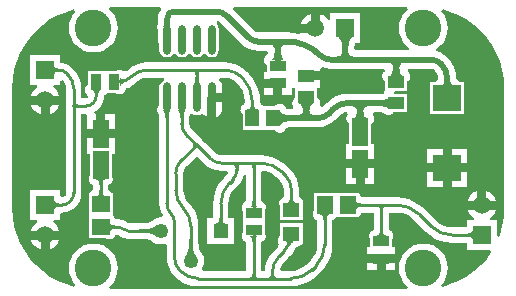
<source format=gtl>
G04*
G04 #@! TF.GenerationSoftware,Altium Limited,Altium Designer,21.0.9 (235)*
G04*
G04 Layer_Physical_Order=1*
G04 Layer_Color=12101879*
%FSLAX25Y25*%
%MOIN*%
G70*
G04*
G04 #@! TF.SameCoordinates,75D1A4E6-31BD-42C8-8B3C-3027E6905E36*
G04*
G04*
G04 #@! TF.FilePolarity,Positive*
G04*
G01*
G75*
%ADD13O,0.02756X0.09843*%
%ADD14R,0.09252X0.08661*%
%ADD15R,0.05315X0.03740*%
%ADD16R,0.05315X0.06102*%
%ADD17R,0.05709X0.04724*%
%ADD18R,0.05315X0.03937*%
%ADD19R,0.03740X0.05315*%
%ADD20R,0.05315X0.09252*%
%ADD21R,0.06102X0.05315*%
%ADD22R,0.04528X0.05709*%
%ADD37C,0.01000*%
%ADD38C,0.02000*%
%ADD39C,0.12205*%
%ADD40R,0.04921X0.04921*%
%ADD41C,0.04921*%
%ADD42R,0.05906X0.05906*%
%ADD43C,0.05906*%
%ADD44R,0.05906X0.05906*%
%ADD45C,0.05000*%
G36*
X55502Y92379D02*
X55624Y90555D01*
X55656Y90447D01*
X55693Y90378D01*
X53307D01*
X53343Y90447D01*
X53376Y90555D01*
X53405Y90701D01*
X53430Y90885D01*
X53469Y91368D01*
X53500Y92793D01*
X55500D01*
X55502Y92379D01*
D02*
G37*
G36*
X116572Y87019D02*
X116242Y86899D01*
X115951Y86699D01*
X115699Y86419D01*
X115485Y86059D01*
X115311Y85619D01*
X115175Y85099D01*
X115078Y84499D01*
X115019Y83819D01*
X115000Y83059D01*
X113000D01*
X112981Y83819D01*
X112922Y84499D01*
X112825Y85099D01*
X112689Y85619D01*
X112515Y86059D01*
X112301Y86419D01*
X112049Y86699D01*
X111758Y86899D01*
X111428Y87019D01*
X111059Y87059D01*
X116941D01*
X116572Y87019D01*
D02*
G37*
G36*
X134751Y96174D02*
X134243Y95757D01*
X133230Y94523D01*
X132478Y93116D01*
X132015Y91588D01*
X131858Y90000D01*
X132015Y88412D01*
X132478Y86884D01*
X133230Y85477D01*
X134243Y84243D01*
X135361Y83326D01*
X135254Y82526D01*
X117633D01*
X117046Y83283D01*
X117056Y83706D01*
X117103Y84249D01*
X117172Y84678D01*
X117252Y84983D01*
X117277Y85047D01*
X118953D01*
Y86923D01*
X118980Y87059D01*
X118958Y87168D01*
X118968Y87279D01*
X118953Y87328D01*
Y94953D01*
X109047D01*
Y92822D01*
X108619Y92629D01*
X108247Y92601D01*
X107532Y93532D01*
X106498Y94326D01*
X105500Y94740D01*
Y90000D01*
X104000D01*
Y88500D01*
X98976D01*
X98570Y88077D01*
X97038Y88382D01*
X94636Y88539D01*
Y88526D01*
X85000D01*
X84967Y88522D01*
X84355Y88643D01*
X83725Y89054D01*
X83180Y89600D01*
X76605Y96174D01*
X76615Y96333D01*
X76845Y96974D01*
X134465D01*
X134751Y96174D01*
D02*
G37*
G36*
X52601Y96251D02*
X52473Y96095D01*
X51924Y95067D01*
X51586Y93952D01*
X51487Y92954D01*
X51461Y92837D01*
X51432Y91472D01*
X51402Y91104D01*
X51394Y91047D01*
X51393Y91042D01*
X51392Y91031D01*
X51376Y90952D01*
X51376Y90924D01*
X51363Y90860D01*
X51276Y90568D01*
X51286Y90472D01*
X51268Y90378D01*
X51327Y90079D01*
X51358Y89777D01*
X51404Y89692D01*
X51423Y89597D01*
X51474Y89521D01*
Y86146D01*
X51577Y85362D01*
X51880Y84633D01*
X52075Y84377D01*
Y82602D01*
X52260Y81674D01*
X52786Y80888D01*
X53572Y80362D01*
X54500Y80178D01*
X55428Y80362D01*
X56214Y80888D01*
X56555Y81398D01*
X56573Y81405D01*
X57427D01*
X57445Y81398D01*
X57786Y80888D01*
X58572Y80362D01*
X59500Y80178D01*
X60428Y80362D01*
X61214Y80888D01*
X61555Y81398D01*
X61573Y81405D01*
X62427D01*
X62445Y81398D01*
X62786Y80888D01*
X63572Y80362D01*
X64500Y80178D01*
X65428Y80362D01*
X66214Y80888D01*
X66556Y81398D01*
X66573Y81405D01*
X67427D01*
X67444Y81398D01*
X67786Y80888D01*
X68572Y80362D01*
X69500Y80178D01*
X70428Y80362D01*
X71214Y80888D01*
X71740Y81674D01*
X71925Y82602D01*
Y89689D01*
X71740Y90617D01*
X71214Y91403D01*
X71198Y91414D01*
X71375Y92258D01*
X71704Y92317D01*
X71737Y92314D01*
X72268Y91960D01*
X72289Y91931D01*
X78881Y85340D01*
X79438Y84766D01*
X79438Y84766D01*
X80630Y83788D01*
X81990Y83061D01*
X83465Y82613D01*
X85000Y82462D01*
Y82474D01*
X87510D01*
X88103Y81870D01*
X88098Y81748D01*
X88025Y81406D01*
X87883Y81094D01*
X87841Y81081D01*
X87638Y80903D01*
X87413Y80753D01*
X87340Y80644D01*
X87241Y80558D01*
X87121Y80316D01*
X86971Y80091D01*
X86945Y79963D01*
X86887Y79846D01*
X86868Y79576D01*
X86815Y79311D01*
X86841Y79182D01*
X86832Y79052D01*
X86918Y78796D01*
X86971Y78531D01*
X87043Y78422D01*
X87085Y78298D01*
X87262Y78094D01*
X87413Y77869D01*
X87521Y77796D01*
X87607Y77698D01*
X87843Y77580D01*
Y75417D01*
X86843D01*
Y73047D01*
X91500D01*
Y71547D01*
X93000D01*
Y67677D01*
X96157D01*
Y69351D01*
X96342Y70075D01*
X96605D01*
X97342Y69925D01*
Y66730D01*
X97107Y66614D01*
X97021Y66515D01*
X96913Y66442D01*
X96762Y66217D01*
X96585Y66013D01*
X96543Y65889D01*
X96471Y65781D01*
X96418Y65515D01*
X96332Y65259D01*
X96341Y65128D01*
X96315Y65000D01*
X96368Y64735D01*
X96387Y64465D01*
X96445Y64348D01*
X96471Y64220D01*
X96621Y63995D01*
X96705Y63826D01*
X96516Y63232D01*
X96500Y63194D01*
X96379Y63026D01*
X96303D01*
X96246Y63039D01*
X95544Y63056D01*
X94994Y63100D01*
X94558Y63167D01*
X94244Y63245D01*
X94157Y63278D01*
X94136Y63344D01*
X94081Y63623D01*
X94016Y63720D01*
X93980Y63832D01*
X93796Y64048D01*
X93639Y64284D01*
X93541Y64349D01*
X93466Y64439D01*
X93213Y64569D01*
X92977Y64726D01*
X92862Y64749D01*
X92758Y64803D01*
X92475Y64826D01*
X92197Y64881D01*
X92082Y64859D01*
X91965Y64868D01*
X91695Y64782D01*
X91416Y64726D01*
X91319Y64661D01*
X91207Y64626D01*
X90991Y64442D01*
X90755Y64284D01*
X90690Y64187D01*
X90600Y64111D01*
X90470Y63859D01*
X90468Y63854D01*
X86776D01*
X86757Y63883D01*
X86595Y64167D01*
X86537Y64212D01*
X86497Y64272D01*
X86225Y64454D01*
X85966Y64655D01*
X85896Y64674D01*
X85835Y64714D01*
X85604Y65331D01*
Y65331D01*
X85604Y65331D01*
X85604Y65335D01*
X85595Y65379D01*
X85424Y67561D01*
X84901Y69736D01*
X84046Y71802D01*
X82877Y73709D01*
X81927Y74821D01*
X81867Y74892D01*
X81928Y74821D01*
X81927Y74821D01*
X81426Y75414D01*
X81423Y75418D01*
X81422Y75419D01*
X81421Y75419D01*
X81307Y75496D01*
X80141Y76491D01*
X78711Y77368D01*
X77161Y78010D01*
X75530Y78401D01*
X73991Y78522D01*
X73858Y78549D01*
X47828D01*
X47790Y78541D01*
X46000Y78365D01*
X44241Y77832D01*
X42621Y76965D01*
X41230Y75824D01*
X41198Y75802D01*
X41136Y75710D01*
X41092Y75677D01*
X40241Y75524D01*
X40182Y75563D01*
X40139Y75619D01*
X39853Y75783D01*
X39579Y75966D01*
X39510Y75980D01*
X39449Y76015D01*
X39122Y76057D01*
X38799Y76121D01*
X38730Y76107D01*
X38660Y76116D01*
X38342Y76030D01*
X38019Y75966D01*
X37960Y75927D01*
X37892Y75908D01*
X37631Y75707D01*
X37557Y75657D01*
X34083D01*
X34083Y75657D01*
X33917D01*
Y75657D01*
X33283Y75657D01*
X28177D01*
Y71062D01*
X28170Y71058D01*
X27887Y70897D01*
X27841Y70838D01*
X27779Y70796D01*
X27598Y70526D01*
X27398Y70269D01*
X27378Y70197D01*
X27337Y70135D01*
X27273Y69816D01*
X27187Y69502D01*
X27196Y69428D01*
X27182Y69354D01*
X27245Y69035D01*
X27286Y68712D01*
X27322Y68647D01*
X27337Y68574D01*
X27518Y68304D01*
X27679Y68021D01*
X27738Y67975D01*
X27779Y67913D01*
X28030Y67745D01*
X28230Y67393D01*
X28213Y67083D01*
X28143Y66747D01*
X27923Y66600D01*
X27626Y66541D01*
X27586Y66549D01*
X26049D01*
Y69793D01*
X26039Y69845D01*
X25869Y71564D01*
X25353Y73267D01*
X24514Y74837D01*
X23418Y76172D01*
X23388Y76217D01*
X22802Y76802D01*
X22631Y76917D01*
X21888Y77527D01*
X20860Y78076D01*
X19745Y78414D01*
X18953Y78492D01*
Y80953D01*
X9047D01*
Y71047D01*
X11178D01*
X11371Y70619D01*
X11399Y70247D01*
X10468Y69532D01*
X9674Y68498D01*
X9261Y67500D01*
X14000D01*
X18740D01*
X18326Y68498D01*
X17532Y69532D01*
X16601Y70247D01*
X16629Y70619D01*
X16822Y71047D01*
X18953D01*
Y72311D01*
X19086Y72366D01*
X19783Y72612D01*
X20281Y72018D01*
X20446Y71803D01*
X20847Y70833D01*
X20971Y69894D01*
X20951Y69793D01*
Y64000D01*
Y35000D01*
X20965Y34931D01*
X20866Y34434D01*
X20583Y34010D01*
X20522Y33970D01*
X20484Y33914D01*
X20066Y33634D01*
X19753Y33572D01*
X18953Y34012D01*
Y35953D01*
X9047D01*
Y26047D01*
X11178D01*
X11371Y25619D01*
X11399Y25247D01*
X10468Y24532D01*
X9674Y23498D01*
X9261Y22500D01*
X14000D01*
X18740D01*
X18326Y23498D01*
X17532Y24532D01*
X16601Y25247D01*
X16629Y25619D01*
X16822Y26047D01*
X18953D01*
Y27928D01*
X19500Y28451D01*
X20287Y28546D01*
X20774Y28594D01*
X22000Y28966D01*
X23129Y29569D01*
X23974Y30263D01*
X24127Y30365D01*
X24222Y30508D01*
X24931Y31371D01*
X25534Y32500D01*
X25906Y33726D01*
X26014Y34825D01*
X26049Y35000D01*
Y61451D01*
X27088D01*
X27611Y61376D01*
X27843Y60686D01*
Y56217D01*
X31000D01*
Y61343D01*
X30470D01*
X30269Y62142D01*
X30887Y62473D01*
X31631Y63083D01*
X31802Y63198D01*
X31913Y63363D01*
X32548Y64137D01*
X33112Y65192D01*
X33459Y66337D01*
X33557Y67333D01*
X33560Y67345D01*
X33585Y67450D01*
X33585Y67457D01*
X33654Y67471D01*
X33716Y67512D01*
X33788Y67532D01*
X34045Y67732D01*
X34315Y67913D01*
X34357Y67975D01*
X34416Y68021D01*
X34577Y68304D01*
X34603Y68343D01*
X37645D01*
X37894Y68151D01*
X37961Y68133D01*
X38019Y68094D01*
X38343Y68030D01*
X38663Y67944D01*
X38731Y67953D01*
X38799Y67939D01*
X39123Y68004D01*
X39452Y68046D01*
X39511Y68081D01*
X39579Y68094D01*
X39854Y68278D01*
X40141Y68443D01*
X40183Y68498D01*
X40241Y68536D01*
X40425Y68812D01*
X40626Y69074D01*
X40644Y69140D01*
X40683Y69198D01*
X40747Y69523D01*
X40834Y69842D01*
X40834Y69849D01*
X40874Y69869D01*
X41028Y69928D01*
X41315Y70010D01*
X41430Y70069D01*
X41451Y70075D01*
X41568Y70100D01*
X41594Y70118D01*
X41759Y70168D01*
X43379Y71035D01*
X44770Y72176D01*
X44802Y72198D01*
X44864Y72290D01*
X45671Y72909D01*
X46712Y73340D01*
X47720Y73473D01*
X47828Y73451D01*
X53561D01*
X53640Y72651D01*
X53572Y72638D01*
X52786Y72112D01*
X52260Y71325D01*
X52075Y70398D01*
Y66980D01*
X51951Y66354D01*
Y64122D01*
X51865Y64064D01*
X51742Y63880D01*
X51588Y63719D01*
X51523Y63552D01*
X51423Y63402D01*
X51380Y63185D01*
X51299Y62978D01*
X51303Y62798D01*
X51268Y62622D01*
X51311Y62404D01*
X51316Y62182D01*
X51388Y62018D01*
X51423Y61842D01*
X51546Y61657D01*
X51635Y61454D01*
X51717Y61338D01*
X51749Y61282D01*
X51784Y61208D01*
X51821Y61112D01*
X51857Y60994D01*
X51890Y60852D01*
X51914Y60711D01*
X51951Y60307D01*
Y31621D01*
X51975Y31501D01*
X52110Y30127D01*
X52546Y28691D01*
X53137Y27584D01*
X52833Y27001D01*
X52650Y26842D01*
X52500Y26861D01*
X51336Y26708D01*
X50250Y26259D01*
X49541Y25714D01*
X49446Y25662D01*
X49282Y25523D01*
X49174Y25457D01*
X48974Y25364D01*
X48680Y25263D01*
X48297Y25164D01*
X47873Y25083D01*
X45905Y24913D01*
X45816Y24911D01*
X41648D01*
X40803Y25559D01*
X39645Y26039D01*
X38521Y26187D01*
X38403Y26210D01*
X37457D01*
X37411Y26442D01*
X37371Y26502D01*
X37352Y26572D01*
X37151Y26831D01*
X36969Y27103D01*
X36551Y27681D01*
Y34996D01*
X36221D01*
X36202Y35025D01*
X36040Y35309D01*
X35982Y35353D01*
X35942Y35414D01*
X35670Y35596D01*
X35411Y35796D01*
X35341Y35816D01*
X35280Y35856D01*
X35049Y35902D01*
Y37751D01*
X35280Y37797D01*
X35341Y37838D01*
X35411Y37857D01*
X35670Y38058D01*
X35942Y38240D01*
X35982Y38300D01*
X36040Y38345D01*
X36202Y38629D01*
X36384Y38901D01*
X36398Y38972D01*
X36434Y39036D01*
X36475Y39360D01*
X36539Y39682D01*
X36525Y39753D01*
X36534Y39825D01*
X36448Y40141D01*
X36384Y40462D01*
X36344Y40522D01*
X36324Y40593D01*
X36158Y40808D01*
Y48090D01*
X37157D01*
Y53216D01*
X32500D01*
X27843D01*
Y48090D01*
X28842D01*
Y40808D01*
X28676Y40593D01*
X28657Y40522D01*
X28616Y40462D01*
X28552Y40141D01*
X28466Y39825D01*
X28475Y39753D01*
X28461Y39682D01*
X28525Y39360D01*
X28566Y39036D01*
X28602Y38972D01*
X28616Y38901D01*
X28798Y38629D01*
X28960Y38345D01*
X29018Y38300D01*
X29058Y38240D01*
X29330Y38058D01*
X29589Y37857D01*
X29659Y37838D01*
X29720Y37797D01*
X29951Y37751D01*
Y35902D01*
X29720Y35856D01*
X29659Y35816D01*
X29589Y35796D01*
X29330Y35596D01*
X29058Y35414D01*
X29018Y35353D01*
X28960Y35309D01*
X28798Y35025D01*
X28779Y34996D01*
X28449D01*
Y27681D01*
X28449Y27681D01*
Y27319D01*
X28449D01*
X28449Y26881D01*
Y20004D01*
X34401D01*
X34616Y19837D01*
X34686Y19818D01*
X34747Y19777D01*
X35068Y19714D01*
X35384Y19627D01*
X35456Y19636D01*
X35527Y19622D01*
X35848Y19686D01*
X36173Y19727D01*
X36236Y19763D01*
X36307Y19777D01*
X36580Y19959D01*
X36864Y20121D01*
X36909Y20179D01*
X36969Y20220D01*
X37151Y20492D01*
X37352Y20750D01*
X37371Y20820D01*
X37411Y20881D01*
X37457Y21112D01*
X38323D01*
X39181Y20454D01*
X40319Y19983D01*
X41412Y19839D01*
X41540Y19813D01*
X45816D01*
X45925Y19812D01*
X47297Y19720D01*
X47827Y19650D01*
X48297Y19561D01*
X48680Y19462D01*
X48974Y19360D01*
X49174Y19268D01*
X49282Y19201D01*
X49446Y19062D01*
X49541Y19010D01*
X50250Y18466D01*
X51336Y18016D01*
X52500Y17863D01*
X53651Y18015D01*
X53821Y18032D01*
X54451Y17526D01*
Y13828D01*
X54459Y13790D01*
X54635Y12000D01*
X55168Y10241D01*
X56035Y8621D01*
X57176Y7230D01*
X57198Y7198D01*
X57302Y7128D01*
X58529Y6080D01*
X60010Y5172D01*
X61615Y4508D01*
X63304Y4102D01*
X64912Y3976D01*
X65035Y3951D01*
X95858D01*
X95944Y3968D01*
X97819Y4116D01*
X99733Y4575D01*
X101550Y5328D01*
X103228Y6356D01*
X104658Y7578D01*
X104731Y7626D01*
X106035Y8930D01*
X106084Y9003D01*
X107305Y10434D01*
X108333Y12111D01*
X109086Y13929D01*
X109546Y15842D01*
X109693Y17718D01*
X109710Y17804D01*
Y26043D01*
X109942Y26089D01*
X110002Y26129D01*
X110073Y26149D01*
X110331Y26349D01*
X110603Y26531D01*
X111181Y26949D01*
X118496D01*
Y27271D01*
X118537Y27298D01*
X118822Y27461D01*
X118866Y27518D01*
X118926Y27558D01*
X119108Y27831D01*
X119309Y28090D01*
X119328Y28159D01*
X119368Y28220D01*
X119414Y28451D01*
X123451D01*
Y22729D01*
X123220Y22683D01*
X123159Y22642D01*
X123089Y22623D01*
X122830Y22423D01*
X122558Y22241D01*
X122518Y22180D01*
X122460Y22136D01*
X122298Y21851D01*
X122116Y21579D01*
X122102Y21508D01*
X122066Y21445D01*
X122025Y21120D01*
X121961Y20799D01*
X121975Y20728D01*
X121966Y20655D01*
X122052Y20339D01*
X122116Y20019D01*
X122157Y19958D01*
X122176Y19888D01*
X122343Y19673D01*
Y16917D01*
X121343D01*
Y14547D01*
X126000D01*
X130657D01*
Y16917D01*
X129657D01*
Y19673D01*
X129824Y19888D01*
X129843Y19958D01*
X129884Y20019D01*
X129948Y20339D01*
X130034Y20655D01*
X130025Y20728D01*
X130039Y20799D01*
X129975Y21120D01*
X129934Y21445D01*
X129898Y21508D01*
X129884Y21579D01*
X129702Y21851D01*
X129540Y22136D01*
X129482Y22180D01*
X129442Y22241D01*
X129170Y22423D01*
X128911Y22623D01*
X128841Y22642D01*
X128780Y22683D01*
X128549Y22729D01*
Y28451D01*
X131358D01*
X131476Y28475D01*
X132818Y28342D01*
X134223Y27916D01*
X135517Y27224D01*
X136560Y26368D01*
X136627Y26269D01*
X140769Y22127D01*
X140842Y22078D01*
X142272Y20856D01*
X143950Y19828D01*
X145767Y19075D01*
X147681Y18616D01*
X149556Y18468D01*
X149642Y18451D01*
X154547D01*
Y16047D01*
X162164D01*
X162577Y15247D01*
X161104Y13171D01*
X159087Y10914D01*
X156830Y8896D01*
X154361Y7145D01*
X151712Y5681D01*
X148915Y4522D01*
X146434Y3808D01*
X145974Y4507D01*
X146769Y5477D01*
X147522Y6884D01*
X147985Y8412D01*
X148142Y10000D01*
X147985Y11588D01*
X147522Y13116D01*
X146769Y14523D01*
X145757Y15757D01*
X144523Y16770D01*
X143116Y17522D01*
X141588Y17985D01*
X140000Y18142D01*
X138412Y17985D01*
X136884Y17522D01*
X135477Y16770D01*
X134243Y15757D01*
X133230Y14523D01*
X132478Y13116D01*
X132015Y11588D01*
X131858Y10000D01*
X132015Y8412D01*
X132478Y6884D01*
X133230Y5477D01*
X134243Y4243D01*
X134751Y3826D01*
X134465Y3026D01*
X35535D01*
X35249Y3826D01*
X35757Y4243D01*
X36770Y5477D01*
X37522Y6884D01*
X37985Y8412D01*
X38142Y10000D01*
X37985Y11588D01*
X37522Y13116D01*
X36770Y14523D01*
X35757Y15757D01*
X34523Y16770D01*
X33116Y17522D01*
X31588Y17985D01*
X30000Y18142D01*
X28412Y17985D01*
X26884Y17522D01*
X25477Y16770D01*
X24243Y15757D01*
X23231Y14523D01*
X22478Y13116D01*
X22015Y11588D01*
X21858Y10000D01*
X22015Y8412D01*
X22478Y6884D01*
X23231Y5477D01*
X24026Y4507D01*
X23565Y3808D01*
X21085Y4522D01*
X18288Y5681D01*
X15639Y7145D01*
X13171Y8896D01*
X10914Y10914D01*
X8896Y13171D01*
X7145Y15639D01*
X5681Y18288D01*
X4522Y21085D01*
X3684Y23994D01*
X3177Y26978D01*
X3013Y29902D01*
X3026Y30000D01*
Y70000D01*
X3013Y70098D01*
X3177Y73022D01*
X3684Y76006D01*
X4522Y78915D01*
X5681Y81712D01*
X7145Y84361D01*
X8896Y86830D01*
X10914Y89087D01*
X13171Y91104D01*
X15639Y92855D01*
X18288Y94319D01*
X21085Y95478D01*
X23565Y96192D01*
X24026Y95493D01*
X23231Y94523D01*
X22478Y93116D01*
X22015Y91588D01*
X21858Y90000D01*
X22015Y88412D01*
X22478Y86884D01*
X23231Y85477D01*
X24243Y84243D01*
X25477Y83231D01*
X26884Y82478D01*
X28412Y82015D01*
X30000Y81858D01*
X31588Y82015D01*
X33116Y82478D01*
X34523Y83231D01*
X35757Y84243D01*
X36770Y85477D01*
X37522Y86884D01*
X37985Y88412D01*
X38142Y90000D01*
X37985Y91588D01*
X37522Y93116D01*
X36770Y94523D01*
X35757Y95757D01*
X35249Y96174D01*
X35535Y96974D01*
X52259D01*
X52601Y96251D01*
D02*
G37*
G36*
X94500Y84500D02*
X94120Y84480D01*
X93780Y84420D01*
X93480Y84320D01*
X93220Y84180D01*
X93000Y84000D01*
X92820Y83780D01*
X92680Y83520D01*
X92580Y83220D01*
X92520Y82880D01*
X92512Y82736D01*
X92516Y82551D01*
X92648Y81271D01*
X92763Y80751D01*
X92911Y80311D01*
X93092Y79951D01*
X93306Y79671D01*
X93553Y79471D01*
X93833Y79351D01*
X94146Y79311D01*
X88854D01*
X89167Y79351D01*
X89447Y79471D01*
X89694Y79671D01*
X89908Y79951D01*
X90089Y80311D01*
X90237Y80751D01*
X90352Y81271D01*
X90434Y81871D01*
X90484Y82551D01*
X90488Y82736D01*
X90480Y82880D01*
X90420Y83220D01*
X90320Y83520D01*
X90180Y83780D01*
X90000Y84000D01*
X89780Y84180D01*
X89520Y84320D01*
X89220Y84420D01*
X88880Y84480D01*
X88500Y84500D01*
X91500Y86500D01*
X94500Y84500D01*
D02*
G37*
G36*
X115020Y82120D02*
X115080Y81780D01*
X115180Y81480D01*
X115320Y81220D01*
X115500Y81000D01*
X115720Y80820D01*
X115980Y80680D01*
X116280Y80580D01*
X116620Y80520D01*
X117000Y80500D01*
X114000Y78500D01*
X111000Y80500D01*
X111380Y80520D01*
X111720Y80580D01*
X112020Y80680D01*
X112280Y80820D01*
X112500Y81000D01*
X112680Y81220D01*
X112820Y81480D01*
X112920Y81780D01*
X112980Y82120D01*
X113000Y82500D01*
X115000D01*
X115020Y82120D01*
D02*
G37*
G36*
X66000Y75500D02*
X65810Y75490D01*
X65640Y75460D01*
X65490Y75410D01*
X65360Y75340D01*
X65250Y75250D01*
X65160Y75140D01*
X65090Y75010D01*
X65040Y74860D01*
X65010Y74690D01*
X65000Y74500D01*
X64000D01*
X63990Y74690D01*
X63960Y74860D01*
X63910Y75010D01*
X63840Y75140D01*
X63750Y75250D01*
X63640Y75340D01*
X63510Y75410D01*
X63360Y75460D01*
X63190Y75490D01*
X63000Y75500D01*
X64500Y76500D01*
X66000Y75500D01*
D02*
G37*
G36*
X16945Y77428D02*
X16995Y77233D01*
X17078Y77061D01*
X17194Y76912D01*
X17343Y76786D01*
X17525Y76683D01*
X17741Y76603D01*
X17989Y76546D01*
X18271Y76512D01*
X18586Y76500D01*
Y75500D01*
X18271Y75489D01*
X17989Y75454D01*
X17741Y75397D01*
X17525Y75317D01*
X17343Y75214D01*
X17194Y75088D01*
X17078Y74939D01*
X16995Y74767D01*
X16945Y74572D01*
X16929Y74355D01*
Y77645D01*
X16945Y77428D01*
D02*
G37*
G36*
X134000Y78500D02*
X133620Y78480D01*
X133280Y78420D01*
X132980Y78320D01*
X132720Y78180D01*
X132500Y78000D01*
X132320Y77780D01*
X132180Y77520D01*
X132080Y77220D01*
X132041Y77000D01*
X132148Y75960D01*
X132263Y75440D01*
X132411Y75000D01*
X132592Y74640D01*
X132806Y74360D01*
X133053Y74160D01*
X133333Y74040D01*
X133645Y74000D01*
X128355D01*
X128667Y74040D01*
X128947Y74160D01*
X129194Y74360D01*
X129408Y74640D01*
X129589Y75000D01*
X129737Y75440D01*
X129852Y75960D01*
X129934Y76560D01*
X129964Y76971D01*
X129920Y77220D01*
X129820Y77520D01*
X129680Y77780D01*
X129500Y78000D01*
X129280Y78180D01*
X129020Y78320D01*
X128720Y78420D01*
X128380Y78480D01*
X128000Y78500D01*
X131000Y80500D01*
X134000Y78500D01*
D02*
G37*
G36*
X65007Y73341D02*
X65062Y72731D01*
X65111Y72450D01*
X65173Y72184D01*
X65250Y71933D01*
X65340Y71698D01*
X65444Y71479D01*
X65561Y71275D01*
X65693Y71087D01*
X63307D01*
X63438Y71275D01*
X63556Y71479D01*
X63660Y71698D01*
X63750Y71933D01*
X63827Y72184D01*
X63889Y72450D01*
X63938Y72731D01*
X63972Y73028D01*
X64000Y73669D01*
X65000D01*
X65007Y73341D01*
D02*
G37*
G36*
X149013Y72725D02*
X149054Y72326D01*
X149120Y71974D01*
X149214Y71668D01*
X149334Y71410D01*
X149481Y71198D01*
X149655Y71034D01*
X149856Y70916D01*
X150083Y70846D01*
X150337Y70823D01*
X145663D01*
X145917Y70846D01*
X146144Y70916D01*
X146345Y71034D01*
X146519Y71198D01*
X146666Y71410D01*
X146786Y71668D01*
X146880Y71974D01*
X146947Y72326D01*
X146987Y72725D01*
X147000Y73172D01*
X149000D01*
X149013Y72725D01*
D02*
G37*
G36*
X38818Y73799D02*
X38876Y73556D01*
X38973Y73353D01*
X39109Y73189D01*
X39283Y73065D01*
X39496Y72981D01*
X39748Y72937D01*
X40039Y72933D01*
X40368Y72968D01*
X40736Y73043D01*
X40755Y71970D01*
X40383Y71864D01*
X40051Y71737D01*
X39757Y71590D01*
X39503Y71422D01*
X39288Y71233D01*
X39112Y71023D01*
X38975Y70793D01*
X38877Y70542D01*
X38818Y70271D01*
X38799Y69978D01*
Y74082D01*
X38818Y73799D01*
D02*
G37*
G36*
X107529Y76617D02*
X109121Y76461D01*
Y76474D01*
X127020D01*
X127036Y76449D01*
X127161Y76171D01*
X127232Y75674D01*
X127137Y75592D01*
X126913Y75442D01*
X126840Y75333D01*
X126741Y75247D01*
X126621Y75005D01*
X126471Y74780D01*
X126445Y74652D01*
X126387Y74535D01*
X126368Y74265D01*
X126315Y74000D01*
X126341Y73871D01*
X126332Y73741D01*
X126418Y73485D01*
X126471Y73219D01*
X126543Y73111D01*
X126585Y72987D01*
X126762Y72783D01*
X126913Y72558D01*
X127021Y72485D01*
X127107Y72386D01*
X127342Y72269D01*
Y69226D01*
X127342D01*
X127342D01*
X127046Y68500D01*
X127003Y68415D01*
X126913Y68355D01*
X126818Y68213D01*
X126803Y68200D01*
X126649Y68171D01*
X125025Y68047D01*
X124330Y68039D01*
X124268Y68026D01*
X114828D01*
Y68048D01*
X112902Y67858D01*
X111049Y67296D01*
X109342Y66383D01*
X107845Y65155D01*
X107845Y65155D01*
X107295Y64574D01*
X106275Y63554D01*
X106178Y63551D01*
X106071Y63590D01*
X106071Y63591D01*
X105806Y63899D01*
X105613Y64465D01*
X105632Y64735D01*
X105685Y65000D01*
X105659Y65128D01*
X105668Y65259D01*
X105582Y65515D01*
X105529Y65781D01*
X105457Y65889D01*
X105415Y66013D01*
X105238Y66217D01*
X105087Y66442D01*
X104979Y66515D01*
X104893Y66614D01*
X104657Y66730D01*
Y69925D01*
X105395Y70075D01*
X105657D01*
Y72543D01*
X101000D01*
Y75543D01*
X105657D01*
Y76406D01*
X106457Y76943D01*
X107529Y76617D01*
D02*
G37*
G36*
X32621Y69336D02*
X32396Y69282D01*
X32197Y69190D01*
X32025Y69062D01*
X31879Y68898D01*
X31759Y68697D01*
X31667Y68460D01*
X31600Y68186D01*
X31561Y67875D01*
X31547Y67528D01*
X30547D01*
X30534Y67875D01*
X30494Y68186D01*
X30428Y68460D01*
X30335Y68697D01*
X30216Y68898D01*
X30070Y69062D01*
X29897Y69190D01*
X29698Y69282D01*
X29473Y69336D01*
X29221Y69354D01*
X32873D01*
X32621Y69336D01*
D02*
G37*
G36*
X128355Y63000D02*
X128314Y63190D01*
X128194Y63360D01*
X127995Y63510D01*
X127715Y63640D01*
X127355Y63750D01*
X126915Y63840D01*
X126394Y63910D01*
X125115Y63990D01*
X124355Y64000D01*
Y66000D01*
X125115Y66009D01*
X126915Y66146D01*
X127355Y66228D01*
X127715Y66329D01*
X127995Y66448D01*
X128194Y66584D01*
X128314Y66740D01*
X128355Y66913D01*
Y63000D01*
D02*
G37*
G36*
X83570Y64460D02*
X83615Y64118D01*
X83690Y63816D01*
X83795Y63555D01*
X83930Y63333D01*
X84095Y63152D01*
X84290Y63011D01*
X84515Y62911D01*
X84770Y62850D01*
X85055Y62830D01*
X81055D01*
X81340Y62850D01*
X81595Y62911D01*
X81820Y63011D01*
X82015Y63152D01*
X82180Y63333D01*
X82315Y63555D01*
X82420Y63816D01*
X82495Y64118D01*
X82540Y64460D01*
X82555Y64842D01*
X83555D01*
X83570Y64460D01*
D02*
G37*
G36*
X24010Y65310D02*
X24040Y65140D01*
X24090Y64990D01*
X24160Y64860D01*
X24250Y64750D01*
X24360Y64660D01*
X24490Y64590D01*
X24640Y64540D01*
X24810Y64510D01*
X25000Y64500D01*
Y63500D01*
X24810Y63490D01*
X24640Y63460D01*
X24490Y63410D01*
X24360Y63340D01*
X24250Y63250D01*
X24160Y63140D01*
X24090Y63010D01*
X24040Y62860D01*
X24010Y62690D01*
X24000Y62500D01*
X23000Y64000D01*
X24000Y65500D01*
X24010Y65310D01*
D02*
G37*
G36*
X148915Y95478D02*
X151712Y94319D01*
X154361Y92855D01*
X156830Y91104D01*
X159087Y89087D01*
X161104Y86830D01*
X162855Y84361D01*
X164319Y81712D01*
X165478Y78915D01*
X166316Y76006D01*
X166823Y73022D01*
X166987Y70098D01*
X166974Y70000D01*
Y30000D01*
X166987Y29902D01*
X166823Y26978D01*
X166316Y23994D01*
X165478Y21085D01*
X165237Y20505D01*
X164453Y20661D01*
Y25953D01*
X162322D01*
X162129Y26381D01*
X162101Y26753D01*
X163032Y27468D01*
X163826Y28502D01*
X164240Y29500D01*
X159500D01*
X154761D01*
X155174Y28502D01*
X155968Y27468D01*
X156899Y26753D01*
X156871Y26381D01*
X156678Y25953D01*
X154547D01*
Y23549D01*
X149642D01*
X149524Y23526D01*
X148182Y23658D01*
X146777Y24084D01*
X145483Y24776D01*
X144440Y25631D01*
X144374Y25731D01*
X140231Y29873D01*
X140158Y29922D01*
X138728Y31144D01*
X137050Y32172D01*
X135232Y32925D01*
X133319Y33384D01*
X131444Y33532D01*
X131358Y33549D01*
X119414D01*
X119368Y33780D01*
X119328Y33841D01*
X119309Y33910D01*
X119108Y34169D01*
X118926Y34442D01*
X118866Y34482D01*
X118822Y34539D01*
X118537Y34702D01*
X118496Y34729D01*
Y35051D01*
X111181D01*
X111181Y35051D01*
X110819D01*
Y35051D01*
X110381Y35051D01*
X103504D01*
Y29099D01*
X103337Y28884D01*
X103318Y28814D01*
X103277Y28753D01*
X103214Y28432D01*
X103127Y28116D01*
X103136Y28044D01*
X103122Y27973D01*
X103186Y27652D01*
X103227Y27327D01*
X103263Y27264D01*
X103277Y27193D01*
X103459Y26920D01*
X103621Y26636D01*
X103679Y26591D01*
X103719Y26531D01*
X103992Y26349D01*
X104250Y26149D01*
X104321Y26129D01*
X104381Y26089D01*
X104612Y26043D01*
Y17804D01*
X104636Y17686D01*
X104504Y16343D01*
X104078Y14939D01*
X103386Y13645D01*
X102530Y12602D01*
X102430Y12535D01*
X101127Y11231D01*
X101060Y11131D01*
X100017Y10276D01*
X98723Y9584D01*
X97318Y9158D01*
X95976Y9025D01*
X95858Y9049D01*
X92875D01*
X92348Y9651D01*
X92367Y9799D01*
X92909Y11107D01*
X93686Y12120D01*
X93802Y12198D01*
X94762Y13157D01*
X95328Y13723D01*
X95328Y13723D01*
X95328Y13723D01*
X95399Y13829D01*
X96436Y15044D01*
X97227Y16334D01*
X97297Y16430D01*
X97335Y16511D01*
X97337Y16514D01*
X97339Y16520D01*
X97426Y16705D01*
X97516Y16861D01*
X97593Y16970D01*
X97653Y17037D01*
X97692Y17072D01*
X97714Y17087D01*
X97725Y17092D01*
X97739Y17097D01*
X97772Y17103D01*
X97954Y17114D01*
X98282Y17200D01*
X98614Y17266D01*
X98665Y17300D01*
X98724Y17316D01*
X98994Y17520D01*
X99275Y17708D01*
X99309Y17759D01*
X99358Y17796D01*
X99529Y18088D01*
X99562Y18138D01*
X99854D01*
Y19060D01*
X99872Y19150D01*
X99860Y19210D01*
X99869Y19271D01*
X99854Y19326D01*
Y24862D01*
X92146D01*
Y20673D01*
X92111Y20627D01*
X92058Y20592D01*
X91871Y20312D01*
X91668Y20045D01*
X91651Y19983D01*
X91616Y19930D01*
X91550Y19601D01*
X91465Y19275D01*
X91473Y19212D01*
X91461Y19150D01*
X91526Y18820D01*
X91572Y18487D01*
X91604Y18432D01*
X91616Y18369D01*
X91777Y18129D01*
X91730Y17436D01*
X91528Y17132D01*
X90198Y15802D01*
X90119Y15684D01*
X89144Y14543D01*
X88286Y13144D01*
X87659Y11628D01*
X87275Y10032D01*
X87198Y9049D01*
X86049D01*
Y18771D01*
X86280Y18817D01*
X86341Y18858D01*
X86411Y18877D01*
X86670Y19077D01*
X86942Y19259D01*
X86982Y19320D01*
X87040Y19364D01*
X87202Y19649D01*
X87384Y19921D01*
X87398Y19992D01*
X87434Y20055D01*
X87475Y20380D01*
X87539Y20701D01*
X87525Y20773D01*
X87534Y20845D01*
X87448Y21160D01*
X87384Y21482D01*
X87344Y21542D01*
X87324Y21612D01*
X87157Y21827D01*
Y25417D01*
X87157D01*
Y25583D01*
X87157D01*
Y29173D01*
X87324Y29388D01*
X87344Y29458D01*
X87384Y29518D01*
X87448Y29840D01*
X87534Y30155D01*
X87525Y30228D01*
X87539Y30299D01*
X87475Y30620D01*
X87434Y30945D01*
X87398Y31008D01*
X87384Y31079D01*
X87202Y31351D01*
X87040Y31636D01*
X86982Y31680D01*
X86942Y31741D01*
X86670Y31923D01*
X86411Y32123D01*
X86341Y32142D01*
X86280Y32183D01*
X86049Y32229D01*
Y41872D01*
X86642Y42409D01*
X87318Y42342D01*
X88723Y41916D01*
X90017Y41224D01*
X91060Y40369D01*
X91127Y40269D01*
X92198Y39198D01*
X92290Y39136D01*
X92909Y38329D01*
X93340Y37288D01*
X93473Y36280D01*
X93451Y36172D01*
Y33642D01*
X93220Y33596D01*
X93159Y33556D01*
X93089Y33536D01*
X92830Y33336D01*
X92558Y33154D01*
X92518Y33094D01*
X92460Y33049D01*
X92298Y32765D01*
X92279Y32736D01*
X92146D01*
Y32537D01*
X92116Y32493D01*
X92102Y32421D01*
X92066Y32358D01*
X92025Y32033D01*
X91961Y31712D01*
X91975Y31641D01*
X91966Y31569D01*
X92052Y31253D01*
X92116Y30932D01*
X92146Y30887D01*
Y26012D01*
X99854D01*
Y30887D01*
X99884Y30932D01*
X99948Y31253D01*
X100034Y31569D01*
X100025Y31641D01*
X100039Y31712D01*
X99975Y32033D01*
X99934Y32358D01*
X99898Y32421D01*
X99884Y32493D01*
X99854Y32537D01*
Y32736D01*
X99721D01*
X99702Y32765D01*
X99540Y33049D01*
X99482Y33094D01*
X99442Y33154D01*
X99170Y33336D01*
X98911Y33536D01*
X98841Y33556D01*
X98780Y33596D01*
X98549Y33642D01*
Y36172D01*
X98541Y36210D01*
X98365Y38000D01*
X97832Y39759D01*
X96965Y41379D01*
X95824Y42770D01*
X95802Y42802D01*
X94731Y43874D01*
X94658Y43922D01*
X93228Y45144D01*
X91550Y46172D01*
X89732Y46925D01*
X87819Y47384D01*
X85944Y47532D01*
X85858Y47549D01*
X72642D01*
X72577Y47536D01*
X71958Y47618D01*
X71320Y47882D01*
X70825Y48262D01*
X70788Y48317D01*
X67302Y51802D01*
X67302Y51802D01*
X66267Y52838D01*
X62817Y56288D01*
X62762Y56325D01*
X62382Y56820D01*
X62117Y57458D01*
X62036Y58077D01*
X62049Y58142D01*
Y60222D01*
X62062Y60518D01*
X62081Y60686D01*
X62110Y60852D01*
X62143Y60995D01*
X62179Y61113D01*
X62179Y61113D01*
X62270Y61185D01*
X62566Y61317D01*
X62733Y61370D01*
X62818Y61386D01*
X63184Y61330D01*
X63572Y61071D01*
X64500Y60887D01*
X65428Y61071D01*
X65802Y61321D01*
X66329Y61523D01*
X66888Y61165D01*
X67091Y60902D01*
X67796Y60360D01*
X68000Y60276D01*
Y66854D01*
X69500D01*
Y68354D01*
X72907D01*
Y70398D01*
X72791Y71280D01*
X72451Y72101D01*
X72029Y72651D01*
X72193Y73192D01*
X72384Y73451D01*
X73858D01*
X74001Y73479D01*
X75322Y73306D01*
X76686Y72741D01*
X77231Y72322D01*
X77818Y71814D01*
X77818Y71813D01*
X77820Y71812D01*
X78351Y71233D01*
X78998Y70445D01*
X79849Y68853D01*
X80373Y67127D01*
X80472Y66117D01*
X80506Y65331D01*
X80275Y64714D01*
X80214Y64674D01*
X80144Y64655D01*
X79885Y64454D01*
X79613Y64272D01*
X79573Y64212D01*
X79515Y64167D01*
X79353Y63883D01*
X79171Y63611D01*
X79157Y63539D01*
X79121Y63476D01*
X79080Y63151D01*
X79016Y62830D01*
X79030Y62759D01*
X79021Y62687D01*
X79107Y62371D01*
X79171Y62050D01*
X79212Y61989D01*
X79231Y61919D01*
X79431Y61661D01*
X79613Y61388D01*
X79674Y61348D01*
X79718Y61290D01*
X79791Y61249D01*
Y56146D01*
X85881D01*
X86319Y56146D01*
Y56146D01*
X86681D01*
Y56146D01*
X90468D01*
X90470Y56141D01*
X90600Y55889D01*
X90690Y55813D01*
X90755Y55716D01*
X90991Y55558D01*
X91207Y55374D01*
X91319Y55339D01*
X91416Y55274D01*
X91695Y55218D01*
X91965Y55132D01*
X92082Y55141D01*
X92197Y55119D01*
X92475Y55174D01*
X92758Y55197D01*
X92862Y55251D01*
X92977Y55274D01*
X93213Y55431D01*
X93466Y55561D01*
X93541Y55651D01*
X93639Y55716D01*
X93796Y55952D01*
X93980Y56169D01*
X94016Y56280D01*
X94081Y56377D01*
X94136Y56656D01*
X94157Y56722D01*
X94244Y56755D01*
X94558Y56833D01*
X94994Y56900D01*
X95544Y56944D01*
X96246Y56961D01*
X96303Y56974D01*
X105000D01*
Y56962D01*
X106535Y57113D01*
X108010Y57561D01*
X109370Y58288D01*
X110562Y59266D01*
X110554Y59275D01*
X110554Y59275D01*
X112140Y60860D01*
X112140Y60860D01*
X112743Y61334D01*
X112923Y61472D01*
X113842Y61853D01*
X114466Y61935D01*
X114734Y61538D01*
X114847Y61189D01*
X114847Y61174D01*
X114840Y61164D01*
X114741Y61078D01*
X114621Y60836D01*
X114471Y60611D01*
X114445Y60483D01*
X114387Y60365D01*
X114368Y60096D01*
X114315Y59830D01*
X114341Y59702D01*
X114332Y59572D01*
X114418Y59315D01*
X114471Y59050D01*
X114543Y58941D01*
X114585Y58817D01*
X114762Y58614D01*
X114913Y58389D01*
X115021Y58316D01*
X115107Y58217D01*
X115342Y58100D01*
Y51410D01*
X114342D01*
Y46284D01*
X123658D01*
Y51410D01*
X122658D01*
Y58100D01*
X122893Y58217D01*
X122979Y58316D01*
X123087Y58389D01*
X123238Y58614D01*
X123415Y58817D01*
X123457Y58941D01*
X123529Y59050D01*
X123582Y59315D01*
X123668Y59572D01*
X123659Y59702D01*
X123685Y59830D01*
X123632Y60096D01*
X123613Y60365D01*
X123555Y60483D01*
X123529Y60611D01*
X123379Y60836D01*
X123259Y61078D01*
X123160Y61164D01*
X123153Y61174D01*
X123265Y61593D01*
X123477Y61974D01*
X124266D01*
X124328Y61961D01*
X125037Y61952D01*
X126195Y61879D01*
X126574Y61828D01*
X126724Y61798D01*
X126807Y61716D01*
X126913Y61558D01*
X127089Y61440D01*
X127241Y61292D01*
X127417Y61221D01*
X127574Y61116D01*
X127782Y61075D01*
X127979Y60996D01*
X128169Y60998D01*
X128355Y60961D01*
X128563Y61002D01*
X128775Y61005D01*
X128949Y61079D01*
X129135Y61116D01*
X129311Y61234D01*
X129506Y61317D01*
X129639Y61453D01*
X129796Y61558D01*
X129914Y61735D01*
X130063Y61886D01*
X130098Y61974D01*
X131000D01*
X131107Y61988D01*
X134658D01*
Y67925D01*
X131765D01*
X131000Y68026D01*
X130585D01*
X130327Y68275D01*
X130404Y68656D01*
X130800Y69044D01*
X131000Y69017D01*
X131436Y69075D01*
X134658D01*
Y72269D01*
X134893Y72386D01*
X134979Y72485D01*
X135087Y72558D01*
X135238Y72783D01*
X135415Y72987D01*
X135457Y73111D01*
X135529Y73219D01*
X135582Y73485D01*
X135668Y73741D01*
X135659Y73871D01*
X135685Y74000D01*
X135632Y74265D01*
X135613Y74535D01*
X135555Y74652D01*
X135529Y74780D01*
X135379Y75005D01*
X135259Y75247D01*
X135160Y75333D01*
X135087Y75442D01*
X134863Y75592D01*
X134768Y75674D01*
X134839Y76171D01*
X134964Y76449D01*
X134980Y76474D01*
X142379D01*
X142429Y76481D01*
X143187Y76330D01*
X143830Y75900D01*
X143860Y75860D01*
X143886Y75841D01*
X144472Y75077D01*
X144853Y74158D01*
X144970Y73268D01*
X144962Y73233D01*
X144950Y72858D01*
X144936Y72717D01*
X144883Y72706D01*
X144804Y72654D01*
X144712Y72627D01*
X144475Y72434D01*
X144221Y72264D01*
X144168Y72185D01*
X144094Y72126D01*
X143949Y71857D01*
X143942Y71846D01*
X142374D01*
Y61185D01*
X153626D01*
Y71846D01*
X152058D01*
X152051Y71857D01*
X151906Y72126D01*
X151832Y72185D01*
X151779Y72264D01*
X151525Y72434D01*
X151415Y72524D01*
X151048Y73172D01*
X151048Y73172D01*
X150858Y75098D01*
X150296Y76951D01*
X149383Y78658D01*
X148155Y80155D01*
X148149Y80149D01*
X146913Y81164D01*
X145502Y81918D01*
X144394Y82254D01*
X144309Y83116D01*
X144523Y83231D01*
X145757Y84243D01*
X146769Y85477D01*
X147522Y86884D01*
X147985Y88412D01*
X148142Y90000D01*
X147985Y91588D01*
X147522Y93116D01*
X146769Y94523D01*
X145974Y95493D01*
X146434Y96192D01*
X148915Y95478D01*
D02*
G37*
G36*
X60562Y62434D02*
X60444Y62230D01*
X60340Y62010D01*
X60250Y61775D01*
X60173Y61525D01*
X60111Y61259D01*
X60062Y60977D01*
X60028Y60680D01*
X60000Y60040D01*
X59000D01*
X58993Y60368D01*
X58938Y60977D01*
X58889Y61259D01*
X58827Y61525D01*
X58750Y61775D01*
X58660Y62010D01*
X58556Y62230D01*
X58438Y62434D01*
X58307Y62622D01*
X60693D01*
X60562Y62434D01*
D02*
G37*
G36*
X55562D02*
X55444Y62230D01*
X55340Y62010D01*
X55250Y61775D01*
X55173Y61525D01*
X55111Y61259D01*
X55062Y60977D01*
X55028Y60680D01*
X55000Y60040D01*
X54000D01*
X53993Y60368D01*
X53938Y60977D01*
X53889Y61259D01*
X53827Y61525D01*
X53750Y61775D01*
X53660Y62010D01*
X53556Y62230D01*
X53439Y62434D01*
X53307Y62622D01*
X55693D01*
X55562Y62434D01*
D02*
G37*
G36*
X122000Y64000D02*
X121620Y63980D01*
X121280Y63920D01*
X120980Y63820D01*
X120720Y63680D01*
X120500Y63500D01*
X120320Y63280D01*
X120180Y63020D01*
X120080Y62720D01*
X120063Y62621D01*
X120148Y61791D01*
X120263Y61270D01*
X120411Y60830D01*
X120592Y60470D01*
X120806Y60190D01*
X121053Y59991D01*
X121333Y59870D01*
X121645Y59830D01*
X116355D01*
X116667Y59870D01*
X116947Y59991D01*
X117194Y60190D01*
X117408Y60470D01*
X117589Y60830D01*
X117737Y61270D01*
X117852Y61791D01*
X117934Y62391D01*
X117947Y62567D01*
X117920Y62720D01*
X117820Y63020D01*
X117680Y63280D01*
X117500Y63500D01*
X117280Y63680D01*
X117020Y63820D01*
X116720Y63920D01*
X116380Y63980D01*
X116000Y64000D01*
X119000Y66000D01*
X122000Y64000D01*
D02*
G37*
G36*
X103333Y64960D02*
X103053Y64840D01*
X102806Y64640D01*
X102592Y64360D01*
X102411Y64000D01*
X102263Y63560D01*
X102148Y63040D01*
X102066Y62440D01*
X102062Y62384D01*
X102080Y62280D01*
X102180Y61980D01*
X102320Y61720D01*
X102500Y61500D01*
X102720Y61320D01*
X102980Y61180D01*
X103280Y61080D01*
X103620Y61020D01*
X104000Y61000D01*
X101000Y59000D01*
X98000Y61000D01*
X98380Y61020D01*
X98720Y61080D01*
X99020Y61180D01*
X99280Y61320D01*
X99500Y61500D01*
X99680Y61720D01*
X99820Y61980D01*
X99920Y62280D01*
X99926Y62316D01*
X99852Y63040D01*
X99737Y63560D01*
X99589Y64000D01*
X99408Y64360D01*
X99194Y64640D01*
X98947Y64840D01*
X98667Y64960D01*
X98355Y65000D01*
X103646D01*
X103333Y64960D01*
D02*
G37*
G36*
X92237Y62492D02*
X92357Y62179D01*
X92557Y61903D01*
X92837Y61663D01*
X93197Y61461D01*
X93637Y61295D01*
X94157Y61166D01*
X94757Y61074D01*
X95437Y61018D01*
X96197Y61000D01*
Y59000D01*
X95437Y58982D01*
X94757Y58926D01*
X94157Y58834D01*
X93637Y58705D01*
X93197Y58539D01*
X92837Y58337D01*
X92557Y58097D01*
X92357Y57821D01*
X92237Y57508D01*
X92197Y57158D01*
Y62842D01*
X92237Y62492D01*
D02*
G37*
G36*
X64464Y51035D02*
X65146Y49646D01*
X65010Y49769D01*
X64873Y49864D01*
X64735Y49931D01*
X64597Y49970D01*
X64458Y49981D01*
X64319Y49965D01*
X64179Y49921D01*
X64039Y49849D01*
X63898Y49749D01*
X63757Y49621D01*
X63050Y50328D01*
X63178Y50470D01*
X63276Y50611D01*
X63347Y50753D01*
X63390Y50894D01*
X63404Y51035D01*
X63390Y51177D01*
X63347Y51318D01*
X63276Y51460D01*
X63178Y51601D01*
X63050Y51743D01*
X64464Y51035D01*
D02*
G37*
G36*
X85000Y44500D02*
X84810Y44490D01*
X84640Y44460D01*
X84490Y44410D01*
X84360Y44340D01*
X84250Y44250D01*
X84160Y44140D01*
X84090Y44010D01*
X84040Y43860D01*
X84010Y43690D01*
X84000Y43500D01*
X83000D01*
X82990Y43690D01*
X82960Y43860D01*
X82910Y44010D01*
X82840Y44140D01*
X82750Y44250D01*
X82640Y44340D01*
X82510Y44410D01*
X82360Y44460D01*
X82190Y44490D01*
X82000Y44500D01*
X83500Y45500D01*
X85000Y44500D01*
D02*
G37*
G36*
X79321D02*
X79131Y44490D01*
X78961Y44460D01*
X78811Y44410D01*
X78681Y44340D01*
X78571Y44250D01*
X78481Y44140D01*
X78411Y44010D01*
X78361Y43860D01*
X78331Y43690D01*
X78321Y43500D01*
X77321D01*
X77311Y43690D01*
X77281Y43860D01*
X77231Y44010D01*
X77161Y44140D01*
X77071Y44250D01*
X76961Y44340D01*
X76831Y44410D01*
X76681Y44460D01*
X76511Y44490D01*
X76321Y44500D01*
X77821Y45500D01*
X79321Y44500D01*
D02*
G37*
G36*
X34215Y39661D02*
X33960Y39601D01*
X33735Y39500D01*
X33540Y39360D01*
X33375Y39178D01*
X33240Y38957D01*
X33135Y38696D01*
X33060Y38394D01*
X33015Y38052D01*
X33000Y37670D01*
X32000D01*
X31985Y38052D01*
X31940Y38394D01*
X31865Y38696D01*
X31760Y38957D01*
X31625Y39178D01*
X31460Y39360D01*
X31265Y39500D01*
X31040Y39601D01*
X30785Y39661D01*
X30500Y39682D01*
X34500D01*
X34215Y39661D01*
D02*
G37*
G36*
X33015Y35602D02*
X33060Y35260D01*
X33135Y34958D01*
X33240Y34696D01*
X33375Y34475D01*
X33540Y34294D01*
X33735Y34153D01*
X33960Y34053D01*
X34215Y33992D01*
X34500Y33972D01*
X30500D01*
X30785Y33992D01*
X31040Y34053D01*
X31265Y34153D01*
X31460Y34294D01*
X31625Y34475D01*
X31760Y34696D01*
X31865Y34958D01*
X31940Y35260D01*
X31985Y35602D01*
X32000Y35984D01*
X33000D01*
X33015Y35602D01*
D02*
G37*
G36*
X96515Y33342D02*
X96560Y33000D01*
X96635Y32698D01*
X96740Y32436D01*
X96875Y32215D01*
X97040Y32034D01*
X97235Y31893D01*
X97460Y31793D01*
X97715Y31732D01*
X98000Y31712D01*
X94000D01*
X94285Y31732D01*
X94540Y31793D01*
X94765Y31893D01*
X94960Y32034D01*
X95125Y32215D01*
X95260Y32436D01*
X95365Y32698D01*
X95440Y33000D01*
X95485Y33342D01*
X95500Y33724D01*
X96500D01*
X96515Y33342D01*
D02*
G37*
G36*
X84015Y31929D02*
X84060Y31587D01*
X84135Y31285D01*
X84240Y31023D01*
X84375Y30802D01*
X84540Y30621D01*
X84735Y30480D01*
X84960Y30379D01*
X85215Y30319D01*
X85500Y30299D01*
X81500D01*
X81785Y30319D01*
X82040Y30379D01*
X82265Y30480D01*
X82460Y30621D01*
X82625Y30802D01*
X82760Y31023D01*
X82865Y31285D01*
X82940Y31587D01*
X82985Y31929D01*
X83000Y32311D01*
X84000D01*
X84015Y31929D01*
D02*
G37*
G36*
X127500Y30500D02*
X127310Y30490D01*
X127140Y30460D01*
X126990Y30410D01*
X126860Y30340D01*
X126750Y30250D01*
X126660Y30140D01*
X126590Y30010D01*
X126540Y29860D01*
X126510Y29690D01*
X126500Y29500D01*
X125500D01*
X125490Y29690D01*
X125460Y29860D01*
X125410Y30010D01*
X125340Y30140D01*
X125250Y30250D01*
X125140Y30340D01*
X125010Y30410D01*
X124860Y30460D01*
X124690Y30490D01*
X124500Y30500D01*
X126000Y31500D01*
X127500Y30500D01*
D02*
G37*
G36*
X117504Y32715D02*
X117564Y32460D01*
X117664Y32235D01*
X117804Y32040D01*
X117984Y31875D01*
X118204Y31740D01*
X118464Y31635D01*
X118764Y31560D01*
X119104Y31515D01*
X119484Y31500D01*
Y30500D01*
X119104Y30485D01*
X118764Y30440D01*
X118464Y30365D01*
X118204Y30260D01*
X117984Y30125D01*
X117804Y29960D01*
X117664Y29765D01*
X117564Y29540D01*
X117504Y29285D01*
X117484Y29000D01*
Y33000D01*
X117504Y32715D01*
D02*
G37*
G36*
X16949D02*
X17009Y32460D01*
X17110Y32235D01*
X17251Y32040D01*
X17432Y31875D01*
X17653Y31740D01*
X17915Y31635D01*
X18216Y31560D01*
X18559Y31515D01*
X18941Y31500D01*
Y30500D01*
X18559Y30485D01*
X18216Y30440D01*
X17915Y30365D01*
X17653Y30260D01*
X17432Y30125D01*
X17251Y29960D01*
X17110Y29765D01*
X17009Y29540D01*
X16949Y29285D01*
X16929Y29000D01*
Y33000D01*
X16949Y32715D01*
D02*
G37*
G36*
X108876Y27953D02*
X108621Y27892D01*
X108396Y27792D01*
X108201Y27651D01*
X108036Y27470D01*
X107901Y27248D01*
X107796Y26987D01*
X107721Y26685D01*
X107676Y26343D01*
X107661Y25961D01*
X106661D01*
X106646Y26343D01*
X106601Y26685D01*
X106526Y26987D01*
X106421Y27248D01*
X106286Y27470D01*
X106121Y27651D01*
X105926Y27792D01*
X105701Y27892D01*
X105446Y27953D01*
X105161Y27973D01*
X109161D01*
X108876Y27953D01*
D02*
G37*
G36*
X73015Y26429D02*
X73060Y26087D01*
X73135Y25785D01*
X73240Y25523D01*
X73375Y25302D01*
X73540Y25121D01*
X73735Y24980D01*
X73960Y24879D01*
X74215Y24819D01*
X74500Y24799D01*
X70500D01*
X70785Y24819D01*
X71040Y24879D01*
X71265Y24980D01*
X71460Y25121D01*
X71625Y25302D01*
X71760Y25523D01*
X71865Y25785D01*
X71940Y26087D01*
X71985Y26429D01*
X72000Y26811D01*
X73000D01*
X73015Y26429D01*
D02*
G37*
G36*
X35547Y25376D02*
X35608Y25121D01*
X35708Y24896D01*
X35849Y24701D01*
X36030Y24536D01*
X36252Y24401D01*
X36513Y24296D01*
X36815Y24221D01*
X37157Y24176D01*
X37539Y24161D01*
Y23161D01*
X37157Y23146D01*
X36815Y23101D01*
X36513Y23026D01*
X36252Y22921D01*
X36030Y22786D01*
X35849Y22621D01*
X35708Y22426D01*
X35608Y22201D01*
X35547Y21946D01*
X35527Y21661D01*
Y25661D01*
X35547Y25376D01*
D02*
G37*
G36*
X126515Y22429D02*
X126560Y22086D01*
X126635Y21785D01*
X126740Y21523D01*
X126875Y21302D01*
X127040Y21121D01*
X127235Y20980D01*
X127460Y20879D01*
X127715Y20819D01*
X128000Y20799D01*
X124000D01*
X124285Y20819D01*
X124540Y20879D01*
X124765Y20980D01*
X124960Y21121D01*
X125125Y21302D01*
X125260Y21523D01*
X125365Y21785D01*
X125440Y22086D01*
X125485Y22429D01*
X125500Y22811D01*
X126500D01*
X126515Y22429D01*
D02*
G37*
G36*
X50761Y20621D02*
X50482Y20857D01*
X50140Y21068D01*
X49736Y21254D01*
X49270Y21415D01*
X48742Y21552D01*
X48152Y21664D01*
X47499Y21750D01*
X46008Y21850D01*
X45169Y21862D01*
Y22862D01*
X46008Y22875D01*
X48152Y23061D01*
X48742Y23173D01*
X49270Y23309D01*
X49736Y23470D01*
X50140Y23656D01*
X50482Y23867D01*
X50761Y24103D01*
Y20621D01*
D02*
G37*
G36*
X156571Y19000D02*
X156551Y19285D01*
X156491Y19540D01*
X156390Y19765D01*
X156249Y19960D01*
X156068Y20125D01*
X155847Y20260D01*
X155585Y20365D01*
X155284Y20440D01*
X154941Y20485D01*
X154559Y20500D01*
Y21500D01*
X154941Y21515D01*
X155284Y21560D01*
X155585Y21635D01*
X155847Y21740D01*
X156068Y21875D01*
X156249Y22040D01*
X156390Y22235D01*
X156491Y22460D01*
X156551Y22715D01*
X156571Y23000D01*
Y19000D01*
D02*
G37*
G36*
X85215Y20681D02*
X84960Y20621D01*
X84735Y20520D01*
X84540Y20379D01*
X84375Y20198D01*
X84240Y19977D01*
X84135Y19715D01*
X84060Y19413D01*
X84015Y19071D01*
X84000Y18689D01*
X83000D01*
X82985Y19071D01*
X82940Y19413D01*
X82865Y19715D01*
X82760Y19977D01*
X82625Y20198D01*
X82460Y20379D01*
X82265Y20520D01*
X82040Y20621D01*
X81785Y20681D01*
X81500Y20701D01*
X85500D01*
X85215Y20681D01*
D02*
G37*
G36*
X97522Y19131D02*
X97227Y19076D01*
X96947Y18983D01*
X96685Y18853D01*
X96438Y18686D01*
X96208Y18482D01*
X95994Y18241D01*
X95797Y17962D01*
X95615Y17647D01*
X95450Y17294D01*
X94320Y17333D01*
X94451Y17678D01*
X94534Y17987D01*
X94569Y18260D01*
X94558Y18496D01*
X94500Y18696D01*
X94394Y18859D01*
X94241Y18986D01*
X94041Y19077D01*
X93794Y19132D01*
X93500Y19150D01*
X97833D01*
X97522Y19131D01*
D02*
G37*
G36*
X63012Y18854D02*
X63199Y16711D01*
X63310Y16120D01*
X63447Y15592D01*
X63608Y15126D01*
X63794Y14722D01*
X64005Y14381D01*
X64241Y14101D01*
X60759D01*
X60995Y14381D01*
X61206Y14722D01*
X61392Y15126D01*
X61553Y15592D01*
X61690Y16120D01*
X61801Y16711D01*
X61888Y17363D01*
X61988Y18854D01*
X62000Y19693D01*
X63000D01*
X63012Y18854D01*
D02*
G37*
G36*
X67183Y44712D02*
X67183Y44712D01*
X67183Y44712D01*
X67283Y44646D01*
X68359Y43762D01*
X69692Y43050D01*
X71138Y42611D01*
X72524Y42474D01*
X72642Y42451D01*
Y42451D01*
X72642Y42451D01*
X74615D01*
X74975Y41651D01*
X74777Y41356D01*
X74698Y41302D01*
X73627Y40231D01*
X73578Y40158D01*
X72356Y38728D01*
X71328Y37050D01*
X70575Y35232D01*
X70116Y33319D01*
X69968Y31444D01*
X69951Y31358D01*
Y26823D01*
X68039D01*
Y17902D01*
X76961D01*
Y26823D01*
X75049D01*
Y31358D01*
X75025Y31476D01*
X75158Y32818D01*
X75584Y34223D01*
X76276Y35517D01*
X77131Y36560D01*
X77231Y36626D01*
X78302Y37698D01*
X78387Y37825D01*
X79168Y38776D01*
X79819Y39994D01*
X80151Y41089D01*
X80951Y40970D01*
Y32229D01*
X80720Y32183D01*
X80659Y32142D01*
X80589Y32123D01*
X80330Y31923D01*
X80058Y31741D01*
X80018Y31680D01*
X79960Y31636D01*
X79798Y31351D01*
X79616Y31079D01*
X79602Y31008D01*
X79566Y30945D01*
X79525Y30620D01*
X79461Y30299D01*
X79475Y30228D01*
X79466Y30155D01*
X79552Y29840D01*
X79616Y29518D01*
X79656Y29458D01*
X79676Y29388D01*
X79843Y29173D01*
Y25583D01*
X79843D01*
Y25417D01*
X79843D01*
Y21827D01*
X79676Y21612D01*
X79656Y21542D01*
X79616Y21482D01*
X79552Y21160D01*
X79466Y20845D01*
X79475Y20773D01*
X79461Y20701D01*
X79525Y20380D01*
X79566Y20055D01*
X79602Y19992D01*
X79616Y19921D01*
X79798Y19649D01*
X79960Y19364D01*
X80018Y19320D01*
X80058Y19259D01*
X80330Y19077D01*
X80589Y18877D01*
X80659Y18858D01*
X80720Y18817D01*
X80951Y18771D01*
Y9049D01*
X66589D01*
X66194Y9849D01*
X66396Y10113D01*
X66846Y11198D01*
X66999Y12362D01*
X66846Y13527D01*
X66396Y14612D01*
X65852Y15321D01*
X65800Y15416D01*
X65661Y15580D01*
X65594Y15688D01*
X65502Y15888D01*
X65400Y16182D01*
X65301Y16566D01*
X65221Y16989D01*
X65050Y18957D01*
X65049Y19046D01*
Y23965D01*
X65024Y24088D01*
X64898Y25696D01*
X64492Y27385D01*
X63828Y28990D01*
X62920Y30471D01*
X61872Y31698D01*
X61802Y31802D01*
X61723Y31856D01*
X61035Y32694D01*
X60479Y33734D01*
X60137Y34862D01*
X60030Y35942D01*
X60049Y36035D01*
Y41464D01*
X60030Y41559D01*
X60146Y42442D01*
X60523Y43352D01*
X61065Y44058D01*
X61146Y44112D01*
X64464Y47431D01*
X67183Y44712D01*
D02*
G37*
G36*
X90189Y7810D02*
X90219Y7640D01*
X90269Y7490D01*
X90339Y7360D01*
X90429Y7250D01*
X90539Y7160D01*
X90669Y7090D01*
X90819Y7040D01*
X90989Y7010D01*
X91179Y7000D01*
X89679Y6000D01*
X88179Y7000D01*
X88369Y7010D01*
X88539Y7040D01*
X88689Y7090D01*
X88819Y7160D01*
X88929Y7250D01*
X89019Y7360D01*
X89089Y7490D01*
X89139Y7640D01*
X89169Y7810D01*
X89179Y8000D01*
X90179D01*
X90189Y7810D01*
D02*
G37*
G36*
X84010D02*
X84040Y7640D01*
X84090Y7490D01*
X84160Y7360D01*
X84250Y7250D01*
X84360Y7160D01*
X84490Y7090D01*
X84640Y7040D01*
X84810Y7010D01*
X85000Y7000D01*
X83500Y6000D01*
X82000Y7000D01*
X82190Y7010D01*
X82360Y7040D01*
X82510Y7090D01*
X82640Y7160D01*
X82750Y7250D01*
X82840Y7360D01*
X82910Y7490D01*
X82960Y7640D01*
X82990Y7810D01*
X83000Y8000D01*
X84000D01*
X84010Y7810D01*
D02*
G37*
%LPC*%
G36*
X102500Y94740D02*
X101502Y94326D01*
X100468Y93532D01*
X99674Y92498D01*
X99260Y91500D01*
X102500D01*
Y94740D01*
D02*
G37*
G36*
X90000Y70047D02*
X86843D01*
Y67677D01*
X90000D01*
Y70047D01*
D02*
G37*
G36*
X18740Y64500D02*
X15500D01*
Y61260D01*
X16498Y61674D01*
X17532Y62468D01*
X18326Y63502D01*
X18740Y64500D01*
D02*
G37*
G36*
X12500D02*
X9261D01*
X9674Y63502D01*
X10468Y62468D01*
X11502Y61674D01*
X12500Y61260D01*
Y64500D01*
D02*
G37*
G36*
X37157Y61343D02*
X34000D01*
Y56217D01*
X37157D01*
Y61343D01*
D02*
G37*
G36*
X18740Y19500D02*
X15500D01*
Y16261D01*
X16498Y16674D01*
X17532Y17468D01*
X18326Y18502D01*
X18740Y19500D01*
D02*
G37*
G36*
X12500D02*
X9261D01*
X9674Y18502D01*
X10468Y17468D01*
X11502Y16674D01*
X12500Y16261D01*
Y19500D01*
D02*
G37*
G36*
X130657Y11547D02*
X127500D01*
Y9177D01*
X130657D01*
Y11547D01*
D02*
G37*
G36*
X124500D02*
X121343D01*
Y9177D01*
X124500D01*
Y11547D01*
D02*
G37*
G36*
X72907Y65354D02*
X71000D01*
Y60276D01*
X71204Y60360D01*
X71909Y60902D01*
X72451Y61607D01*
X72791Y62429D01*
X72907Y63311D01*
Y65354D01*
D02*
G37*
G36*
X154626Y49815D02*
X149500D01*
Y44984D01*
X154626D01*
Y49815D01*
D02*
G37*
G36*
X146500D02*
X141374D01*
Y44984D01*
X146500D01*
Y49815D01*
D02*
G37*
G36*
X123658Y43284D02*
X120500D01*
Y38157D01*
X123658D01*
Y43284D01*
D02*
G37*
G36*
X117500D02*
X114342D01*
Y38157D01*
X117500D01*
Y43284D01*
D02*
G37*
G36*
X154626Y41984D02*
X149500D01*
Y37154D01*
X154626D01*
Y41984D01*
D02*
G37*
G36*
X146500D02*
X141374D01*
Y37154D01*
X146500D01*
Y41984D01*
D02*
G37*
G36*
X161000Y35739D02*
Y32500D01*
X164240D01*
X163826Y33498D01*
X163032Y34532D01*
X161998Y35326D01*
X161000Y35739D01*
D02*
G37*
G36*
X158000D02*
X157002Y35326D01*
X155968Y34532D01*
X155174Y33498D01*
X154761Y32500D01*
X158000D01*
Y35739D01*
D02*
G37*
%LPD*%
D13*
X54500Y66854D02*
D03*
X59500D02*
D03*
X64500D02*
D03*
X69500D02*
D03*
X54500Y86146D02*
D03*
X59500D02*
D03*
X64500D02*
D03*
X69500D02*
D03*
D14*
X148000Y66516D02*
D03*
Y43484D02*
D03*
D15*
X91500Y71547D02*
D03*
Y77453D02*
D03*
X83500Y22547D02*
D03*
Y28453D02*
D03*
X126000Y18953D02*
D03*
Y13047D02*
D03*
D16*
X114839Y31000D02*
D03*
X107161D02*
D03*
D17*
X96000Y21500D02*
D03*
Y29374D02*
D03*
D18*
X101000Y74043D02*
D03*
Y66957D02*
D03*
X131000Y64957D02*
D03*
Y72043D02*
D03*
D19*
X31047Y72000D02*
D03*
X36953D02*
D03*
D20*
X32500Y54716D02*
D03*
Y44284D02*
D03*
X119000Y44783D02*
D03*
Y55216D02*
D03*
D21*
X32500Y23661D02*
D03*
Y31339D02*
D03*
D22*
X89945Y60000D02*
D03*
X83055D02*
D03*
D37*
X138429Y28071D02*
G03*
X131358Y31000I-7071J-7071D01*
G01*
X40000Y23000D02*
G03*
X41540Y22362I1540J1540D01*
G01*
X40000Y23000D02*
G03*
X38403Y23661I-1597J-1597D01*
G01*
X142571Y23929D02*
G03*
X149642Y21000I7071J7071D01*
G01*
X104233Y10733D02*
G03*
X107161Y17804I-7071J7071D01*
G01*
X27586Y64000D02*
G03*
X30000Y65000I0J3414D01*
G01*
X23500Y69793D02*
G03*
X21586Y74414I-6536J0D01*
G01*
X22324Y32167D02*
G03*
X23500Y35000I-2824J2833D01*
G01*
X19500Y31000D02*
G03*
X22324Y32167I0J4000D01*
G01*
X30000Y65000D02*
G03*
X31047Y67528I-2528J2528D01*
G01*
X21000Y75000D02*
G03*
X18586Y76000I-2414J-2414D01*
G01*
X92929Y42071D02*
G03*
X85858Y45000I-7071J-7071D01*
G01*
X76500Y39500D02*
G03*
X77821Y42689I-3189J3189D01*
G01*
X96000Y36172D02*
G03*
X94000Y41000I-6828J0D01*
G01*
X75429Y38429D02*
G03*
X72500Y31358I7071J-7071D01*
G01*
X59343Y45914D02*
G03*
X57500Y41464I4450J-4450D01*
G01*
X62500Y23965D02*
G03*
X60000Y30000I-8535J0D01*
G01*
X57500Y36035D02*
G03*
X60000Y30000I8535J0D01*
G01*
X57000Y13828D02*
G03*
X59000Y9000I6828J0D01*
G01*
X57000Y25586D02*
G03*
X56000Y28000I-3414J0D01*
G01*
X54500Y31621D02*
G03*
X56000Y28000I5121J0D01*
G01*
X59000Y9000D02*
G03*
X65035Y6500I6036J6036D01*
G01*
X92000Y14000D02*
G03*
X89679Y8396I5604J-5604D01*
G01*
X95858Y6500D02*
G03*
X102929Y9429I0J10000D01*
G01*
X59500Y58142D02*
G03*
X61015Y54485I5172J-0D01*
G01*
X79621Y73616D02*
G03*
X73858Y76000I-5763J-5773D01*
G01*
X83055Y65331D02*
G03*
X79621Y73616I-11709J-0D01*
G01*
X68985Y46515D02*
G03*
X72642Y45000I3657J3657D01*
G01*
X93525Y15525D02*
G03*
X96000Y21500I-5975J5975D01*
G01*
X47828Y76000D02*
G03*
X43000Y74000I0J-6828D01*
G01*
X38172Y72000D02*
G03*
X43000Y74000I0J6828D01*
G01*
X126000Y31000D02*
X131358D01*
X114839D02*
X126000D01*
X138429Y28071D02*
X142571Y23929D01*
X41540Y22362D02*
X52500D01*
X32500Y23661D02*
X38403D01*
X32500Y31339D02*
Y44284D01*
X149642Y21000D02*
X159500D01*
X126000Y18953D02*
Y31000D01*
X107161Y17804D02*
Y31000D01*
X23500Y69793D02*
Y69793D01*
Y64000D02*
Y69793D01*
Y35000D02*
Y64000D01*
X27586D01*
X14000Y31000D02*
X19500D01*
X31047Y67528D02*
Y72000D01*
X14000Y76000D02*
X18586D01*
X21000Y75000D02*
X21586Y74414D01*
X83500Y45000D02*
X85858D01*
X83500Y28453D02*
Y45000D01*
X77821D02*
X83500D01*
X92929Y42071D02*
X94000Y41000D01*
X96000Y29374D02*
Y36172D01*
X75429Y38429D02*
X76500Y39500D01*
X72500Y22362D02*
Y31358D01*
X62500Y12362D02*
Y23965D01*
X57500Y36035D02*
Y41464D01*
X57000Y13828D02*
Y25586D01*
X65035Y6500D02*
X83500D01*
X89679D02*
Y8396D01*
Y6500D02*
X95858D01*
X102929Y9429D02*
X104233Y10733D01*
X92000Y14000D02*
X93525Y15525D01*
X54500Y31621D02*
Y66354D01*
X61015Y54485D02*
X64464Y51035D01*
X59343Y45914D02*
X64464Y51035D01*
X65500Y50000D01*
X83055Y65331D02*
X83055Y65325D01*
Y60000D02*
Y65325D01*
X64500Y76000D02*
X73858D01*
X47828D02*
X64500D01*
Y66354D02*
Y76000D01*
X65500Y50000D02*
Y50000D01*
Y50000D02*
X68985Y46515D01*
X72642Y45000D02*
X77821D01*
Y42689D02*
Y45000D01*
X83500Y6500D02*
X89679D01*
X83500D02*
Y22547D01*
X59500Y58142D02*
Y66354D01*
X36953Y72000D02*
X38172D01*
D38*
X56707Y95500D02*
G03*
X55500Y95000I0J-1707D01*
G01*
X55354Y94854D02*
G03*
X54500Y92793I2061J-2061D01*
G01*
X74429Y94071D02*
G03*
X70979Y95500I-3450J-3450D01*
G01*
X146000Y78000D02*
G03*
X142379Y79500I-3621J-3621D01*
G01*
X105500Y81000D02*
G03*
X109121Y79500I3621J3621D01*
G01*
X148000Y73172D02*
G03*
X146000Y78000I-6828J0D01*
G01*
X81586Y86914D02*
G03*
X85000Y85500I3414J3414D01*
G01*
X105500Y81000D02*
G03*
X94636Y85500I-10864J-10864D01*
G01*
X114828Y65000D02*
G03*
X110000Y63000I0J-6828D01*
G01*
X105000Y60000D02*
G03*
X108414Y61414I0J4828D01*
G01*
X56707Y95500D02*
X70979D01*
X55354Y94854D02*
X55500Y95000D01*
X54500Y86146D02*
Y92793D01*
X74429Y94071D02*
X81586Y86914D01*
X131000Y79500D02*
X142379D01*
X109121D02*
X114000D01*
X148000Y66516D02*
Y73172D01*
X85000Y85500D02*
X91500D01*
X94636D01*
X119000Y65000D02*
X131000D01*
X114828D02*
X119000D01*
Y55216D02*
Y65000D01*
X131000Y72043D02*
Y79500D01*
X108414Y61414D02*
X110000Y63000D01*
X101000Y60000D02*
X105000D01*
X114000Y79500D02*
X131000D01*
X91500Y77453D02*
Y85500D01*
X89945Y60000D02*
X101000D01*
Y66957D01*
X114000Y79500D02*
Y90000D01*
D39*
X140000Y10000D02*
D03*
Y90000D02*
D03*
X30000D02*
D03*
Y10000D02*
D03*
D40*
X72500Y22362D02*
D03*
D41*
X62500Y12362D02*
D03*
X52500Y22362D02*
D03*
D42*
X114000Y90000D02*
D03*
D43*
X104000D02*
D03*
X14000Y66000D02*
D03*
X159500Y31000D02*
D03*
X14000Y21000D02*
D03*
D44*
Y76000D02*
D03*
X159500Y21000D02*
D03*
X14000Y31000D02*
D03*
D45*
X97000Y12000D02*
D03*
X89000Y38000D02*
D03*
X120000Y72500D02*
D03*
X135500Y22000D02*
D03*
X158000Y81500D02*
D03*
X131500Y49500D02*
D03*
X76500Y82500D02*
D03*
X76000Y58000D02*
D03*
X104000Y44500D02*
D03*
X70500Y14000D02*
D03*
X66500Y32000D02*
D03*
X126000Y92000D02*
D03*
X115000Y18000D02*
D03*
X44000Y56000D02*
D03*
Y90000D02*
D03*
X45000Y14000D02*
D03*
X14000Y50000D02*
D03*
M02*

</source>
